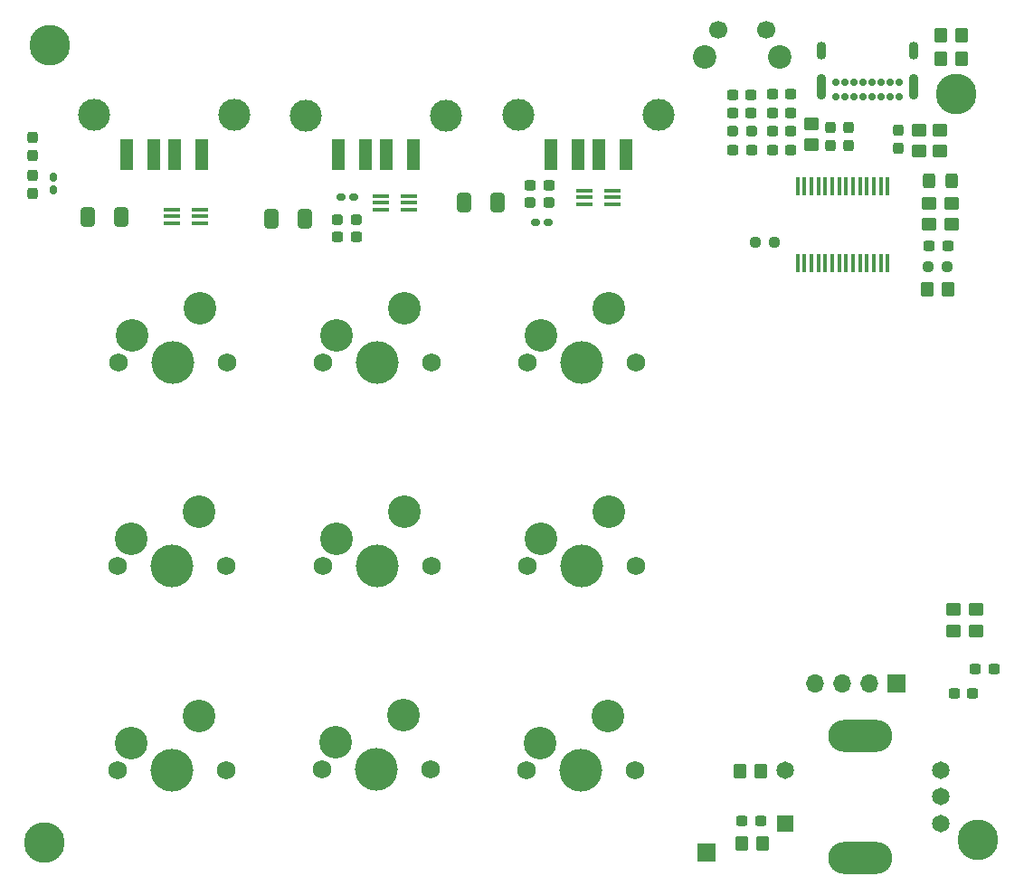
<source format=gbr>
%TF.GenerationSoftware,KiCad,Pcbnew,(7.0.0)*%
%TF.CreationDate,2023-06-18T19:08:54+02:00*%
%TF.ProjectId,Macro_Keyboard,4d616372-6f5f-44b6-9579-626f6172642e,rev?*%
%TF.SameCoordinates,Original*%
%TF.FileFunction,Soldermask,Top*%
%TF.FilePolarity,Negative*%
%FSLAX46Y46*%
G04 Gerber Fmt 4.6, Leading zero omitted, Abs format (unit mm)*
G04 Created by KiCad (PCBNEW (7.0.0)) date 2023-06-18 19:08:54*
%MOMM*%
%LPD*%
G01*
G04 APERTURE LIST*
G04 Aperture macros list*
%AMRoundRect*
0 Rectangle with rounded corners*
0 $1 Rounding radius*
0 $2 $3 $4 $5 $6 $7 $8 $9 X,Y pos of 4 corners*
0 Add a 4 corners polygon primitive as box body*
4,1,4,$2,$3,$4,$5,$6,$7,$8,$9,$2,$3,0*
0 Add four circle primitives for the rounded corners*
1,1,$1+$1,$2,$3*
1,1,$1+$1,$4,$5*
1,1,$1+$1,$6,$7*
1,1,$1+$1,$8,$9*
0 Add four rect primitives between the rounded corners*
20,1,$1+$1,$2,$3,$4,$5,0*
20,1,$1+$1,$4,$5,$6,$7,0*
20,1,$1+$1,$6,$7,$8,$9,0*
20,1,$1+$1,$8,$9,$2,$3,0*%
G04 Aperture macros list end*
%ADD10RoundRect,0.250000X0.450000X-0.350000X0.450000X0.350000X-0.450000X0.350000X-0.450000X-0.350000X0*%
%ADD11RoundRect,0.237500X0.287500X0.237500X-0.287500X0.237500X-0.287500X-0.237500X0.287500X-0.237500X0*%
%ADD12RoundRect,0.250000X-0.450000X0.350000X-0.450000X-0.350000X0.450000X-0.350000X0.450000X0.350000X0*%
%ADD13C,1.750000*%
%ADD14C,3.050000*%
%ADD15C,4.000000*%
%ADD16R,0.450000X1.750000*%
%ADD17RoundRect,0.237500X0.300000X0.237500X-0.300000X0.237500X-0.300000X-0.237500X0.300000X-0.237500X0*%
%ADD18RoundRect,0.237500X-0.237500X0.287500X-0.237500X-0.287500X0.237500X-0.287500X0.237500X0.287500X0*%
%ADD19R,1.650000X1.650000*%
%ADD20C,1.650000*%
%ADD21O,6.000000X3.000000*%
%ADD22C,0.700000*%
%ADD23O,0.900000X2.400000*%
%ADD24O,0.900000X1.700000*%
%ADD25RoundRect,0.237500X0.237500X-0.300000X0.237500X0.300000X-0.237500X0.300000X-0.237500X-0.300000X0*%
%ADD26RoundRect,0.250000X0.412500X0.650000X-0.412500X0.650000X-0.412500X-0.650000X0.412500X-0.650000X0*%
%ADD27R,1.500000X0.400000*%
%ADD28RoundRect,0.160000X-0.222500X-0.160000X0.222500X-0.160000X0.222500X0.160000X-0.222500X0.160000X0*%
%ADD29RoundRect,0.160000X0.222500X0.160000X-0.222500X0.160000X-0.222500X-0.160000X0.222500X-0.160000X0*%
%ADD30C,3.800000*%
%ADD31RoundRect,0.237500X-0.250000X-0.237500X0.250000X-0.237500X0.250000X0.237500X-0.250000X0.237500X0*%
%ADD32C,2.200000*%
%ADD33C,1.700000*%
%ADD34RoundRect,0.250000X-0.350000X-0.450000X0.350000X-0.450000X0.350000X0.450000X-0.350000X0.450000X0*%
%ADD35RoundRect,0.160000X0.160000X-0.222500X0.160000X0.222500X-0.160000X0.222500X-0.160000X-0.222500X0*%
%ADD36RoundRect,0.250000X0.325000X0.450000X-0.325000X0.450000X-0.325000X-0.450000X0.325000X-0.450000X0*%
%ADD37RoundRect,0.250000X0.350000X0.450000X-0.350000X0.450000X-0.350000X-0.450000X0.350000X-0.450000X0*%
%ADD38RoundRect,0.237500X-0.300000X-0.237500X0.300000X-0.237500X0.300000X0.237500X-0.300000X0.237500X0*%
%ADD39R,1.250000X3.000000*%
%ADD40C,3.000000*%
%ADD41R,1.700000X1.700000*%
%ADD42O,1.700000X1.700000*%
%ADD43RoundRect,0.250000X-0.412500X-0.650000X0.412500X-0.650000X0.412500X0.650000X-0.412500X0.650000X0*%
%ADD44RoundRect,0.237500X-0.287500X-0.237500X0.287500X-0.237500X0.287500X0.237500X-0.287500X0.237500X0*%
G04 APERTURE END LIST*
D10*
%TO.C,R8*%
X150904530Y-61464530D03*
X150904530Y-59464530D03*
%TD*%
D11*
%TO.C,FB2*%
X95191549Y-60992392D03*
X93441549Y-60992392D03*
%TD*%
D12*
%TO.C,R12*%
X137775174Y-52013429D03*
X137775174Y-54013429D03*
%TD*%
D13*
%TO.C,SW8*%
X72877908Y-112560837D03*
D14*
X74147908Y-110020837D03*
D15*
X77957908Y-112560837D03*
D14*
X80497908Y-107480837D03*
D13*
X83037908Y-112560837D03*
%TD*%
%TO.C,SW9*%
X92023888Y-112530038D03*
D14*
X93293888Y-109990038D03*
D15*
X97103888Y-112530038D03*
D14*
X99643888Y-107450038D03*
D13*
X102183888Y-112530038D03*
%TD*%
%TO.C,SW4*%
X72935933Y-74362629D03*
D14*
X74205933Y-71822629D03*
D15*
X78015933Y-74362629D03*
D14*
X80555933Y-69282629D03*
D13*
X83095933Y-74362629D03*
%TD*%
D16*
%TO.C,U9*%
X136490999Y-65067999D03*
X137140999Y-65067999D03*
X137790999Y-65067999D03*
X138440999Y-65067999D03*
X139090999Y-65067999D03*
X139740999Y-65067999D03*
X140390999Y-65067999D03*
X141040999Y-65067999D03*
X141690999Y-65067999D03*
X142340999Y-65067999D03*
X142990999Y-65067999D03*
X143640999Y-65067999D03*
X144290999Y-65067999D03*
X144940999Y-65067999D03*
X144940999Y-57867999D03*
X144290999Y-57867999D03*
X143640999Y-57867999D03*
X142990999Y-57867999D03*
X142340999Y-57867999D03*
X141690999Y-57867999D03*
X141040999Y-57867999D03*
X140390999Y-57867999D03*
X139740999Y-57867999D03*
X139090999Y-57867999D03*
X138440999Y-57867999D03*
X137790999Y-57867999D03*
X137140999Y-57867999D03*
X136490999Y-57867999D03*
%TD*%
D10*
%TO.C,R18*%
X153170329Y-99536000D03*
X153170329Y-97536000D03*
%TD*%
D17*
%TO.C,C23*%
X113234695Y-57799445D03*
X111509695Y-57799445D03*
%TD*%
D18*
%TO.C,FB6*%
X145968998Y-52606000D03*
X145968998Y-54356000D03*
%TD*%
D19*
%TO.C,MT1*%
X135369999Y-117559999D03*
D20*
X135370000Y-112560000D03*
X149870000Y-117560000D03*
X149870000Y-112560000D03*
X149870000Y-115060000D03*
D21*
X142369999Y-120759999D03*
X142369999Y-109359999D03*
%TD*%
D22*
%TO.C,J1*%
X146045000Y-49525000D03*
X145195000Y-49525000D03*
X144345000Y-49525000D03*
X143495000Y-49525000D03*
X142645000Y-49525000D03*
X141795000Y-49525000D03*
X140945000Y-49525000D03*
X140095000Y-49525000D03*
X140095000Y-48175000D03*
X140945000Y-48175000D03*
X141795000Y-48175000D03*
X142645000Y-48175000D03*
X143495000Y-48175000D03*
X144345000Y-48175000D03*
X145195000Y-48175000D03*
X146045000Y-48175000D03*
D23*
X147394999Y-48544999D03*
D24*
X147394999Y-45164999D03*
D23*
X138744999Y-48544999D03*
D24*
X138744999Y-45164999D03*
%TD*%
D25*
%TO.C,C29*%
X64942354Y-55030980D03*
X64942354Y-53305980D03*
%TD*%
D26*
%TO.C,C22*%
X108458000Y-59436000D03*
X105333000Y-59436000D03*
%TD*%
D13*
%TO.C,SW7*%
X111189498Y-93471096D03*
D14*
X112459498Y-90931096D03*
D15*
X116269498Y-93471096D03*
D14*
X118809498Y-88391096D03*
D13*
X121349498Y-93471096D03*
%TD*%
D17*
%TO.C,C17*%
X135878048Y-49273518D03*
X134153048Y-49273518D03*
%TD*%
D27*
%TO.C,U6*%
X77917999Y-60055999D03*
X77917999Y-60705999D03*
X77917999Y-61355999D03*
X80577999Y-61355999D03*
X80577999Y-60705999D03*
X80577999Y-60055999D03*
%TD*%
D28*
%TO.C,TH1*%
X112013745Y-61229044D03*
X113158745Y-61229044D03*
%TD*%
D29*
%TO.C,TH2*%
X94950493Y-58928000D03*
X93805493Y-58928000D03*
%TD*%
D17*
%TO.C,C40*%
X132166101Y-51001903D03*
X130441101Y-51001903D03*
%TD*%
D30*
%TO.C,H3*%
X153416000Y-119126000D03*
%TD*%
D11*
%TO.C,FB3*%
X113251746Y-59418528D03*
X111501746Y-59418528D03*
%TD*%
D30*
%TO.C,H4*%
X151384000Y-49276000D03*
%TD*%
%TO.C,H2*%
X66040000Y-119380000D03*
%TD*%
D26*
%TO.C,C26*%
X90424000Y-60960000D03*
X87299000Y-60960000D03*
%TD*%
D25*
%TO.C,C15*%
X141263571Y-54090800D03*
X141263571Y-52365800D03*
%TD*%
D17*
%TO.C,C43*%
X135881199Y-52690215D03*
X134156199Y-52690215D03*
%TD*%
D31*
%TO.C,R5*%
X132541000Y-63119000D03*
X134366000Y-63119000D03*
%TD*%
D13*
%TO.C,SW2*%
X92077945Y-74359349D03*
D14*
X93347945Y-71819349D03*
D15*
X97157945Y-74359349D03*
D14*
X99697945Y-69279349D03*
D13*
X102237945Y-74359349D03*
%TD*%
D25*
%TO.C,C16*%
X139616637Y-54082032D03*
X139616637Y-52357032D03*
%TD*%
D32*
%TO.C,SW1*%
X127830000Y-45730000D03*
X134830000Y-45730000D03*
D33*
X129080000Y-43230000D03*
X133580000Y-43230000D03*
%TD*%
D30*
%TO.C,H1*%
X66548000Y-44704000D03*
%TD*%
D18*
%TO.C,FB4*%
X64942354Y-56847061D03*
X64942354Y-58597061D03*
%TD*%
D13*
%TO.C,SW10*%
X111148411Y-112562624D03*
D14*
X112418411Y-110022624D03*
D15*
X116228411Y-112562624D03*
D14*
X118768411Y-107482624D03*
D13*
X121308411Y-112562624D03*
%TD*%
D17*
%TO.C,C18*%
X135885853Y-50998656D03*
X134160853Y-50998656D03*
%TD*%
D27*
%TO.C,U7*%
X116525999Y-58277999D03*
X116525999Y-58927999D03*
X116525999Y-59577999D03*
X119185999Y-59577999D03*
X119185999Y-58927999D03*
X119185999Y-58277999D03*
%TD*%
D34*
%TO.C,R17*%
X149883465Y-45909109D03*
X151883465Y-45909109D03*
%TD*%
D35*
%TO.C,TH4*%
X66889352Y-58185815D03*
X66889352Y-57040815D03*
%TD*%
D10*
%TO.C,R9*%
X148774152Y-61464530D03*
X148774152Y-59464530D03*
%TD*%
D36*
%TO.C,D3*%
X150894000Y-57404000D03*
X148844000Y-57404000D03*
%TD*%
D37*
%TO.C,R6*%
X150622000Y-67561888D03*
X148622000Y-67561888D03*
%TD*%
D34*
%TO.C,R2*%
X131096000Y-112626957D03*
X133096000Y-112626957D03*
%TD*%
D17*
%TO.C,C27*%
X95177642Y-62660674D03*
X93452642Y-62660674D03*
%TD*%
D38*
%TO.C,C37*%
X130448707Y-54470501D03*
X132173707Y-54470501D03*
%TD*%
D39*
%TO.C,J2*%
X120443999Y-54900042D03*
X117943999Y-54900042D03*
X115943999Y-54900042D03*
X113443999Y-54900042D03*
D40*
X123514000Y-51220043D03*
X110374000Y-51220043D03*
%TD*%
D34*
%TO.C,R13*%
X149876000Y-43699174D03*
X151876000Y-43699174D03*
%TD*%
D10*
%TO.C,R19*%
X151130000Y-99536000D03*
X151130000Y-97536000D03*
%TD*%
D13*
%TO.C,SW3*%
X111203814Y-74357520D03*
D14*
X112473814Y-71817520D03*
D15*
X116283814Y-74357520D03*
D14*
X118823814Y-69277520D03*
D13*
X121363814Y-74357520D03*
%TD*%
D38*
%TO.C,C45*%
X153162000Y-103124000D03*
X154887000Y-103124000D03*
%TD*%
D41*
%TO.C,U4*%
X145785999Y-104418999D03*
D42*
X143245999Y-104418999D03*
X140705999Y-104418999D03*
X138165999Y-104418999D03*
%TD*%
D39*
%TO.C,J4*%
X80711825Y-54896188D03*
X78211825Y-54896188D03*
X76211825Y-54896188D03*
X73711825Y-54896188D03*
D40*
X83781826Y-51216189D03*
X70641826Y-51216189D03*
%TD*%
D38*
%TO.C,C41*%
X130427389Y-49290615D03*
X132152389Y-49290615D03*
%TD*%
D13*
%TO.C,SW5*%
X72905586Y-93411284D03*
D14*
X74175586Y-90871284D03*
D15*
X77985586Y-93411284D03*
D14*
X80525586Y-88331284D03*
D13*
X83065586Y-93411284D03*
%TD*%
%TO.C,SW6*%
X92064954Y-93423789D03*
D14*
X93334954Y-90883789D03*
D15*
X97144954Y-93423789D03*
D14*
X99684954Y-88343789D03*
D13*
X102224954Y-93423789D03*
%TD*%
D38*
%TO.C,C44*%
X134156607Y-54472982D03*
X135881607Y-54472982D03*
%TD*%
D12*
%TO.C,R10*%
X147843177Y-52613688D03*
X147843177Y-54613688D03*
%TD*%
D38*
%TO.C,C46*%
X151183000Y-105410000D03*
X152908000Y-105410000D03*
%TD*%
D31*
%TO.C,R7*%
X148696439Y-65438358D03*
X150521439Y-65438358D03*
%TD*%
D43*
%TO.C,C24*%
X70086929Y-60749006D03*
X73211929Y-60749006D03*
%TD*%
D38*
%TO.C,C19*%
X148844000Y-63500000D03*
X150569000Y-63500000D03*
%TD*%
D37*
%TO.C,R3*%
X133245590Y-119396313D03*
X131245590Y-119396313D03*
%TD*%
D39*
%TO.C,J3*%
X100527999Y-54923999D03*
X98027999Y-54923999D03*
X96027999Y-54923999D03*
X93527999Y-54923999D03*
D40*
X103598000Y-51244000D03*
X90458000Y-51244000D03*
%TD*%
D17*
%TO.C,C9*%
X133027636Y-117344790D03*
X131302636Y-117344790D03*
%TD*%
D12*
%TO.C,R11*%
X149860000Y-52610000D03*
X149860000Y-54610000D03*
%TD*%
D44*
%TO.C,FB7*%
X130428582Y-52681524D03*
X132178582Y-52681524D03*
%TD*%
D27*
%TO.C,U8*%
X97475999Y-58785999D03*
X97475999Y-59435999D03*
X97475999Y-60085999D03*
X100135999Y-60085999D03*
X100135999Y-59435999D03*
X100135999Y-58785999D03*
%TD*%
D41*
%TO.C,TP1*%
X127969999Y-120319999D03*
%TD*%
M02*

</source>
